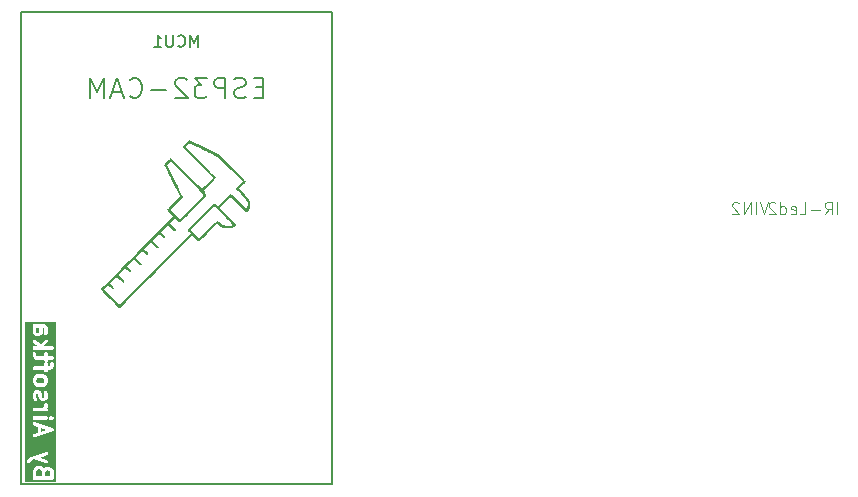
<source format=gbr>
%TF.GenerationSoftware,KiCad,Pcbnew,9.0.1*%
%TF.CreationDate,2025-06-19T23:09:26+02:00*%
%TF.ProjectId,Night-Gogle,4e696768-742d-4476-9f67-6c652e6b6963,rev?*%
%TF.SameCoordinates,Original*%
%TF.FileFunction,Legend,Bot*%
%TF.FilePolarity,Positive*%
%FSLAX46Y46*%
G04 Gerber Fmt 4.6, Leading zero omitted, Abs format (unit mm)*
G04 Created by KiCad (PCBNEW 9.0.1) date 2025-06-19 23:09:26*
%MOMM*%
%LPD*%
G01*
G04 APERTURE LIST*
%ADD10C,0.300000*%
%ADD11C,0.100000*%
%ADD12C,0.150000*%
%ADD13C,0.000000*%
%ADD14C,0.127000*%
G04 APERTURE END LIST*
D10*
G36*
X54003173Y-87533051D02*
G01*
X54032351Y-87562229D01*
X54084885Y-87719831D01*
X54084885Y-88045489D01*
X53599171Y-88045489D01*
X53599171Y-87659470D01*
X53643878Y-87570055D01*
X53680882Y-87533051D01*
X53770295Y-87488346D01*
X53913761Y-87488346D01*
X54003173Y-87533051D01*
G37*
G36*
X54717460Y-87604481D02*
G01*
X54754463Y-87641485D01*
X54799171Y-87730899D01*
X54799171Y-88045489D01*
X54384885Y-88045489D01*
X54384885Y-87730899D01*
X54429592Y-87641484D01*
X54466596Y-87604480D01*
X54556010Y-87559774D01*
X54628047Y-87559774D01*
X54717460Y-87604481D01*
G37*
G36*
X54474828Y-84124060D02*
G01*
X54027742Y-84273089D01*
X54027742Y-83975030D01*
X54474828Y-84124060D01*
G37*
G36*
X54217460Y-79747339D02*
G01*
X54254464Y-79784343D01*
X54299171Y-79873756D01*
X54299171Y-80017221D01*
X54254463Y-80106635D01*
X54217458Y-80143640D01*
X54128047Y-80188346D01*
X53770295Y-80188346D01*
X53680882Y-80143640D01*
X53643878Y-80106636D01*
X53599171Y-80017221D01*
X53599171Y-79873756D01*
X53643878Y-79784342D01*
X53680882Y-79747338D01*
X53770295Y-79702632D01*
X54128047Y-79702632D01*
X54217460Y-79747339D01*
G37*
G36*
X53870600Y-75802935D02*
G01*
X53837367Y-75869399D01*
X53770904Y-75902631D01*
X53698867Y-75902631D01*
X53632403Y-75869399D01*
X53599171Y-75802935D01*
X53599171Y-75516613D01*
X53613305Y-75488346D01*
X53870600Y-75488346D01*
X53870600Y-75802935D01*
G37*
G36*
X55265838Y-88512156D02*
G01*
X52632560Y-88512156D01*
X52632560Y-87624060D01*
X53299171Y-87624060D01*
X53299171Y-88195489D01*
X53299893Y-88210192D01*
X53305630Y-88239032D01*
X53316883Y-88266199D01*
X53333219Y-88290648D01*
X53354012Y-88311441D01*
X53378461Y-88327777D01*
X53405628Y-88339030D01*
X53434468Y-88344767D01*
X53449171Y-88345489D01*
X54949171Y-88345489D01*
X54963874Y-88344767D01*
X54992714Y-88339030D01*
X55019881Y-88327777D01*
X55044330Y-88311441D01*
X55065123Y-88290648D01*
X55081459Y-88266199D01*
X55092712Y-88239032D01*
X55098449Y-88210192D01*
X55099171Y-88195489D01*
X55099171Y-87695489D01*
X55098449Y-87680786D01*
X55097408Y-87675556D01*
X55097031Y-87670241D01*
X55094547Y-87661171D01*
X55092712Y-87651946D01*
X55090671Y-87647020D01*
X55089264Y-87641880D01*
X55083335Y-87628406D01*
X55011906Y-87485550D01*
X55010493Y-87483040D01*
X55010031Y-87481924D01*
X55008976Y-87480345D01*
X55004685Y-87472722D01*
X54998918Y-87465291D01*
X54993695Y-87457474D01*
X54987822Y-87450994D01*
X54986656Y-87449492D01*
X54985740Y-87448698D01*
X54983809Y-87446567D01*
X54912381Y-87375138D01*
X54910248Y-87373205D01*
X54909454Y-87372289D01*
X54907949Y-87371121D01*
X54901474Y-87365252D01*
X54893657Y-87360028D01*
X54886224Y-87354260D01*
X54878603Y-87349970D01*
X54877024Y-87348915D01*
X54875906Y-87348451D01*
X54873396Y-87347039D01*
X54730539Y-87275610D01*
X54717066Y-87269680D01*
X54711919Y-87268270D01*
X54707000Y-87266233D01*
X54697779Y-87264398D01*
X54688705Y-87261914D01*
X54683389Y-87261536D01*
X54678160Y-87260496D01*
X54663457Y-87259774D01*
X54520600Y-87259774D01*
X54505897Y-87260496D01*
X54500667Y-87261536D01*
X54495352Y-87261914D01*
X54486279Y-87264398D01*
X54477057Y-87266233D01*
X54472135Y-87268271D01*
X54466992Y-87269680D01*
X54453518Y-87275610D01*
X54310660Y-87347039D01*
X54308149Y-87348451D01*
X54307032Y-87348915D01*
X54305452Y-87349970D01*
X54297832Y-87354260D01*
X54290398Y-87360028D01*
X54282582Y-87365252D01*
X54276106Y-87371121D01*
X54274602Y-87372289D01*
X54273807Y-87373205D01*
X54271675Y-87375138D01*
X54270546Y-87376266D01*
X54269523Y-87375137D01*
X54198094Y-87303708D01*
X54195957Y-87301771D01*
X54195167Y-87300860D01*
X54193669Y-87299698D01*
X54187187Y-87293822D01*
X54179368Y-87288598D01*
X54171938Y-87282831D01*
X54164311Y-87278537D01*
X54162737Y-87277486D01*
X54161622Y-87277024D01*
X54159110Y-87275610D01*
X54016253Y-87204182D01*
X54002779Y-87198252D01*
X53997635Y-87196843D01*
X53992714Y-87194805D01*
X53983489Y-87192970D01*
X53974418Y-87190486D01*
X53969104Y-87190108D01*
X53963874Y-87189068D01*
X53949171Y-87188346D01*
X53734885Y-87188346D01*
X53720182Y-87189068D01*
X53714952Y-87190108D01*
X53709638Y-87190486D01*
X53700566Y-87192970D01*
X53691342Y-87194805D01*
X53686420Y-87196843D01*
X53681277Y-87198252D01*
X53667804Y-87204182D01*
X53524946Y-87275610D01*
X53522435Y-87277022D01*
X53521318Y-87277486D01*
X53519738Y-87278541D01*
X53512118Y-87282831D01*
X53504687Y-87288598D01*
X53496868Y-87293823D01*
X53490386Y-87299697D01*
X53488889Y-87300860D01*
X53488097Y-87301772D01*
X53485961Y-87303709D01*
X53414533Y-87375138D01*
X53412601Y-87377269D01*
X53411686Y-87378063D01*
X53410519Y-87379565D01*
X53404647Y-87386045D01*
X53399423Y-87393862D01*
X53393657Y-87401293D01*
X53389365Y-87408916D01*
X53388311Y-87410495D01*
X53387848Y-87411612D01*
X53386436Y-87414121D01*
X53315007Y-87556978D01*
X53309077Y-87570451D01*
X53307667Y-87575597D01*
X53305630Y-87580517D01*
X53303795Y-87589737D01*
X53301311Y-87598812D01*
X53300933Y-87604127D01*
X53299893Y-87609357D01*
X53299171Y-87624060D01*
X52632560Y-87624060D01*
X52632560Y-86842430D01*
X52799227Y-86842430D01*
X52802904Y-86871603D01*
X52812203Y-86899500D01*
X52826765Y-86925045D01*
X52846031Y-86947260D01*
X52869261Y-86965289D01*
X52895562Y-86978440D01*
X52923923Y-86986206D01*
X52953255Y-86988290D01*
X52982428Y-86984613D01*
X53010325Y-86975314D01*
X53035870Y-86960752D01*
X53058085Y-86941486D01*
X53076114Y-86918256D01*
X53083335Y-86905428D01*
X53143878Y-86784341D01*
X53176322Y-86751897D01*
X53452176Y-86641555D01*
X54398720Y-86979607D01*
X54412810Y-86983872D01*
X54441899Y-86988170D01*
X54471268Y-86986709D01*
X54499787Y-86979548D01*
X54526362Y-86966960D01*
X54549970Y-86949430D01*
X54569704Y-86927630D01*
X54584807Y-86902400D01*
X54594697Y-86874707D01*
X54598995Y-86845618D01*
X54597534Y-86816249D01*
X54590373Y-86787730D01*
X54577785Y-86761155D01*
X54560255Y-86737547D01*
X54538455Y-86717812D01*
X54513225Y-86702710D01*
X54499621Y-86697085D01*
X53895151Y-86481203D01*
X54499621Y-86265321D01*
X54513225Y-86259696D01*
X54538455Y-86244594D01*
X54560255Y-86224859D01*
X54577785Y-86201251D01*
X54590373Y-86174676D01*
X54597534Y-86146157D01*
X54598995Y-86116788D01*
X54594697Y-86087699D01*
X54584807Y-86060006D01*
X54569704Y-86034776D01*
X54549970Y-86012976D01*
X54526362Y-85995446D01*
X54499787Y-85982858D01*
X54471268Y-85975697D01*
X54441899Y-85974236D01*
X54412810Y-85978534D01*
X54398720Y-85982799D01*
X53398721Y-86339942D01*
X53398614Y-86339986D01*
X53398555Y-86340001D01*
X53398394Y-86340076D01*
X53396131Y-86341012D01*
X53393463Y-86341931D01*
X53036319Y-86484788D01*
X53022936Y-86490919D01*
X53022163Y-86491421D01*
X53021318Y-86491772D01*
X53009860Y-86499427D01*
X52998290Y-86506957D01*
X52997634Y-86507597D01*
X52996868Y-86508109D01*
X52985961Y-86517995D01*
X52914533Y-86589424D01*
X52912601Y-86591555D01*
X52911686Y-86592349D01*
X52910519Y-86593851D01*
X52904647Y-86600331D01*
X52899423Y-86608148D01*
X52893657Y-86615579D01*
X52889365Y-86623202D01*
X52888311Y-86624781D01*
X52887848Y-86625898D01*
X52886436Y-86628407D01*
X52815007Y-86771264D01*
X52809077Y-86784737D01*
X52801311Y-86813098D01*
X52799227Y-86842430D01*
X52632560Y-86842430D01*
X52632560Y-83619977D01*
X53299227Y-83619977D01*
X53301311Y-83649308D01*
X53309077Y-83677669D01*
X53322228Y-83703970D01*
X53340256Y-83727199D01*
X53362471Y-83746465D01*
X53388017Y-83761028D01*
X53401737Y-83766362D01*
X53727742Y-83875030D01*
X53727742Y-84373089D01*
X53401737Y-84481758D01*
X53388017Y-84487092D01*
X53362471Y-84501655D01*
X53340256Y-84520921D01*
X53322228Y-84544150D01*
X53309077Y-84570451D01*
X53301311Y-84598812D01*
X53299227Y-84628143D01*
X53302904Y-84657317D01*
X53312203Y-84685214D01*
X53326766Y-84710760D01*
X53346032Y-84732975D01*
X53369261Y-84751003D01*
X53395562Y-84764154D01*
X53423923Y-84771920D01*
X53453254Y-84774004D01*
X53482428Y-84770327D01*
X53496605Y-84766362D01*
X54996605Y-84266362D01*
X55001104Y-84264612D01*
X55002780Y-84264154D01*
X55004510Y-84263288D01*
X55010326Y-84261028D01*
X55019561Y-84255763D01*
X55029081Y-84251003D01*
X55032319Y-84248489D01*
X55035871Y-84246465D01*
X55043898Y-84239503D01*
X55052310Y-84232975D01*
X55054993Y-84229881D01*
X55058086Y-84227199D01*
X55064608Y-84218794D01*
X55071577Y-84210760D01*
X55073603Y-84207204D01*
X55076114Y-84203970D01*
X55080872Y-84194452D01*
X55086139Y-84185214D01*
X55087433Y-84181332D01*
X55089265Y-84177668D01*
X55092075Y-84167404D01*
X55095438Y-84157317D01*
X55095950Y-84153255D01*
X55097031Y-84149308D01*
X55097785Y-84138699D01*
X55099116Y-84128143D01*
X55098825Y-84124060D01*
X55099116Y-84119977D01*
X55097785Y-84109420D01*
X55097031Y-84098812D01*
X55095950Y-84094864D01*
X55095438Y-84090803D01*
X55092075Y-84080715D01*
X55089265Y-84070452D01*
X55087433Y-84066788D01*
X55086139Y-84062906D01*
X55080872Y-84053667D01*
X55076114Y-84044150D01*
X55073603Y-84040915D01*
X55071577Y-84037360D01*
X55064608Y-84029325D01*
X55058086Y-84020921D01*
X55054993Y-84018238D01*
X55052310Y-84015145D01*
X55043898Y-84008616D01*
X55035871Y-84001655D01*
X55032319Y-83999630D01*
X55029081Y-83997117D01*
X55019561Y-83992356D01*
X55010326Y-83987092D01*
X55004510Y-83984831D01*
X55002780Y-83983966D01*
X55001104Y-83983507D01*
X54996605Y-83981758D01*
X53496605Y-83481758D01*
X53482428Y-83477793D01*
X53453254Y-83474116D01*
X53423923Y-83476200D01*
X53395562Y-83483966D01*
X53369261Y-83497117D01*
X53346032Y-83515145D01*
X53326766Y-83537360D01*
X53312203Y-83562906D01*
X53302904Y-83590803D01*
X53299227Y-83619977D01*
X52632560Y-83619977D01*
X52632560Y-83109358D01*
X53299893Y-83109358D01*
X53299893Y-83138764D01*
X53305630Y-83167604D01*
X53316883Y-83194771D01*
X53333219Y-83219220D01*
X53354012Y-83240013D01*
X53378461Y-83256349D01*
X53405628Y-83267602D01*
X53434468Y-83273339D01*
X53449171Y-83274061D01*
X54449171Y-83274061D01*
X54463874Y-83273339D01*
X54492714Y-83267602D01*
X54519881Y-83256349D01*
X54544330Y-83240013D01*
X54565123Y-83219220D01*
X54581459Y-83194771D01*
X54592712Y-83167604D01*
X54598449Y-83138764D01*
X54598449Y-83109358D01*
X54657036Y-83109358D01*
X54657036Y-83138764D01*
X54662773Y-83167604D01*
X54674026Y-83194771D01*
X54684329Y-83210191D01*
X54690362Y-83219220D01*
X54700248Y-83230127D01*
X54771676Y-83301555D01*
X54782583Y-83311441D01*
X54807032Y-83327777D01*
X54834199Y-83339030D01*
X54863038Y-83344767D01*
X54863039Y-83344767D01*
X54892445Y-83344767D01*
X54898181Y-83343625D01*
X54921283Y-83339031D01*
X54948450Y-83327778D01*
X54972900Y-83311442D01*
X54983807Y-83301556D01*
X55055236Y-83230128D01*
X55065122Y-83219221D01*
X55081459Y-83194771D01*
X55092712Y-83167604D01*
X55098449Y-83138765D01*
X55098449Y-83109359D01*
X55092712Y-83080520D01*
X55092712Y-83080519D01*
X55092712Y-83080518D01*
X55081459Y-83053351D01*
X55065123Y-83028902D01*
X55055237Y-83017995D01*
X54983808Y-82946566D01*
X54972901Y-82936680D01*
X54948451Y-82920344D01*
X54948452Y-82920344D01*
X54948450Y-82920343D01*
X54932536Y-82913751D01*
X54921284Y-82909091D01*
X54892445Y-82903354D01*
X54892444Y-82903354D01*
X54863038Y-82903354D01*
X54834199Y-82909091D01*
X54807032Y-82920344D01*
X54790696Y-82931259D01*
X54782585Y-82936679D01*
X54782582Y-82936681D01*
X54771675Y-82946567D01*
X54700247Y-83017996D01*
X54690361Y-83028903D01*
X54674025Y-83053353D01*
X54662772Y-83080520D01*
X54658832Y-83100329D01*
X54657036Y-83109358D01*
X54598449Y-83109358D01*
X54592712Y-83080518D01*
X54581459Y-83053351D01*
X54565123Y-83028902D01*
X54544330Y-83008109D01*
X54519881Y-82991773D01*
X54492714Y-82980520D01*
X54463874Y-82974783D01*
X54449171Y-82974061D01*
X53449171Y-82974061D01*
X53434468Y-82974783D01*
X53405628Y-82980520D01*
X53378461Y-82991773D01*
X53354012Y-83008109D01*
X53333219Y-83028902D01*
X53316883Y-83053351D01*
X53305630Y-83080518D01*
X53299893Y-83109358D01*
X52632560Y-83109358D01*
X52632560Y-82395072D01*
X53299893Y-82395072D01*
X53299893Y-82424478D01*
X53305630Y-82453318D01*
X53316883Y-82480485D01*
X53333219Y-82504934D01*
X53354012Y-82525727D01*
X53378461Y-82542063D01*
X53405628Y-82553316D01*
X53434468Y-82559053D01*
X53449171Y-82559775D01*
X54449171Y-82559775D01*
X54463874Y-82559053D01*
X54492714Y-82553316D01*
X54519881Y-82542063D01*
X54544330Y-82525727D01*
X54565123Y-82504934D01*
X54581459Y-82480485D01*
X54592712Y-82453318D01*
X54598449Y-82424478D01*
X54598449Y-82395072D01*
X54592712Y-82366232D01*
X54581459Y-82339065D01*
X54565123Y-82314616D01*
X54544330Y-82293823D01*
X54535083Y-82287644D01*
X54583335Y-82191142D01*
X54589265Y-82177668D01*
X54590673Y-82172524D01*
X54592712Y-82167603D01*
X54594546Y-82158380D01*
X54597031Y-82149308D01*
X54597408Y-82143992D01*
X54598449Y-82138763D01*
X54599171Y-82124060D01*
X54599171Y-81981203D01*
X54598449Y-81966500D01*
X54592712Y-81937660D01*
X54581459Y-81910493D01*
X54565123Y-81886044D01*
X54544330Y-81865251D01*
X54519881Y-81848915D01*
X54492714Y-81837662D01*
X54463874Y-81831925D01*
X54434468Y-81831925D01*
X54405628Y-81837662D01*
X54378461Y-81848915D01*
X54354012Y-81865251D01*
X54333219Y-81886044D01*
X54316883Y-81910493D01*
X54305630Y-81937660D01*
X54299893Y-81966500D01*
X54299171Y-81981203D01*
X54299171Y-82088650D01*
X54254464Y-82178064D01*
X54217460Y-82215067D01*
X54128047Y-82259775D01*
X53449171Y-82259775D01*
X53434468Y-82260497D01*
X53405628Y-82266234D01*
X53378461Y-82277487D01*
X53354012Y-82293823D01*
X53333219Y-82314616D01*
X53316883Y-82339065D01*
X53305630Y-82366232D01*
X53299893Y-82395072D01*
X52632560Y-82395072D01*
X52632560Y-81124061D01*
X53299171Y-81124061D01*
X53299171Y-81409775D01*
X53299893Y-81424478D01*
X53300933Y-81429707D01*
X53301311Y-81435023D01*
X53303795Y-81444097D01*
X53305630Y-81453318D01*
X53307667Y-81458237D01*
X53309077Y-81463384D01*
X53315007Y-81476857D01*
X53386436Y-81619714D01*
X53393657Y-81632542D01*
X53411686Y-81655772D01*
X53433901Y-81675038D01*
X53459446Y-81689600D01*
X53487343Y-81698899D01*
X53516516Y-81702576D01*
X53545848Y-81700492D01*
X53574209Y-81692725D01*
X53600510Y-81679575D01*
X53623740Y-81661545D01*
X53643006Y-81639331D01*
X53657568Y-81613786D01*
X53666867Y-81585889D01*
X53670544Y-81556715D01*
X53668460Y-81527384D01*
X53660693Y-81499023D01*
X53654764Y-81485549D01*
X53599171Y-81374364D01*
X53599171Y-81159471D01*
X53632403Y-81093006D01*
X53698867Y-81059775D01*
X53699475Y-81059775D01*
X53765939Y-81093007D01*
X53799171Y-81159471D01*
X53799171Y-81338347D01*
X53799893Y-81353050D01*
X53800933Y-81358279D01*
X53801311Y-81363595D01*
X53803795Y-81372669D01*
X53805630Y-81381890D01*
X53807667Y-81386809D01*
X53809077Y-81391956D01*
X53815007Y-81405429D01*
X53886436Y-81548286D01*
X53893657Y-81561114D01*
X53896166Y-81564347D01*
X53898194Y-81567904D01*
X53905160Y-81575936D01*
X53911686Y-81584344D01*
X53914781Y-81587028D01*
X53917461Y-81590118D01*
X53925864Y-81596640D01*
X53933901Y-81603610D01*
X53937453Y-81605635D01*
X53940690Y-81608147D01*
X53953518Y-81615368D01*
X54096376Y-81686796D01*
X54109849Y-81692726D01*
X54114992Y-81694134D01*
X54119914Y-81696173D01*
X54129138Y-81698007D01*
X54138210Y-81700492D01*
X54143524Y-81700869D01*
X54148754Y-81701910D01*
X54163457Y-81702632D01*
X54234885Y-81702632D01*
X54249588Y-81701910D01*
X54254818Y-81700869D01*
X54260132Y-81700492D01*
X54269203Y-81698007D01*
X54278428Y-81696173D01*
X54283349Y-81694134D01*
X54288493Y-81692726D01*
X54301967Y-81686796D01*
X54444824Y-81615368D01*
X54457652Y-81608147D01*
X54460888Y-81605635D01*
X54464441Y-81603610D01*
X54472477Y-81596640D01*
X54480881Y-81590118D01*
X54483560Y-81587028D01*
X54486656Y-81584344D01*
X54493181Y-81575936D01*
X54500148Y-81567904D01*
X54502174Y-81564348D01*
X54504685Y-81561114D01*
X54511906Y-81548286D01*
X54583335Y-81405430D01*
X54589264Y-81391956D01*
X54590671Y-81386815D01*
X54592712Y-81381890D01*
X54594547Y-81372664D01*
X54597031Y-81363595D01*
X54597408Y-81358279D01*
X54598449Y-81353050D01*
X54599171Y-81338347D01*
X54599171Y-81124061D01*
X54598449Y-81109358D01*
X54597408Y-81104128D01*
X54597031Y-81098813D01*
X54594547Y-81089743D01*
X54592712Y-81080518D01*
X54590671Y-81075592D01*
X54589264Y-81070452D01*
X54583335Y-81056978D01*
X54511906Y-80914122D01*
X54504685Y-80901294D01*
X54486656Y-80878064D01*
X54464441Y-80858798D01*
X54438896Y-80844236D01*
X54410999Y-80834937D01*
X54381826Y-80831260D01*
X54352494Y-80833344D01*
X54324133Y-80841110D01*
X54297832Y-80854261D01*
X54274602Y-80872290D01*
X54255336Y-80894505D01*
X54240774Y-80920050D01*
X54231475Y-80947947D01*
X54227798Y-80977120D01*
X54229882Y-81006452D01*
X54237648Y-81034813D01*
X54243578Y-81048286D01*
X54299171Y-81159471D01*
X54299171Y-81302936D01*
X54265938Y-81369400D01*
X54199475Y-81402632D01*
X54198867Y-81402632D01*
X54132403Y-81369400D01*
X54099171Y-81302936D01*
X54099171Y-81124061D01*
X54098449Y-81109358D01*
X54097408Y-81104128D01*
X54097031Y-81098813D01*
X54094547Y-81089743D01*
X54092712Y-81080518D01*
X54090671Y-81075592D01*
X54089264Y-81070452D01*
X54083335Y-81056978D01*
X54011906Y-80914122D01*
X54004685Y-80901294D01*
X54002173Y-80898057D01*
X54000148Y-80894505D01*
X53993182Y-80886473D01*
X53986656Y-80878064D01*
X53983563Y-80875382D01*
X53980882Y-80872290D01*
X53972472Y-80865763D01*
X53964441Y-80858798D01*
X53960888Y-80856772D01*
X53957652Y-80854261D01*
X53944824Y-80847040D01*
X53801967Y-80775611D01*
X53788494Y-80769681D01*
X53783347Y-80768271D01*
X53778428Y-80766234D01*
X53769207Y-80764399D01*
X53760133Y-80761915D01*
X53754817Y-80761537D01*
X53749588Y-80760497D01*
X53734885Y-80759775D01*
X53663457Y-80759775D01*
X53648754Y-80760497D01*
X53643524Y-80761537D01*
X53638209Y-80761915D01*
X53629139Y-80764398D01*
X53619914Y-80766234D01*
X53614988Y-80768274D01*
X53609848Y-80769682D01*
X53596374Y-80775611D01*
X53453518Y-80847040D01*
X53440690Y-80854261D01*
X53437453Y-80856772D01*
X53433901Y-80858798D01*
X53425869Y-80865763D01*
X53417460Y-80872290D01*
X53414778Y-80875382D01*
X53411686Y-80878064D01*
X53405159Y-80886473D01*
X53398194Y-80894505D01*
X53396168Y-80898057D01*
X53393657Y-80901294D01*
X53386436Y-80914122D01*
X53315007Y-81056979D01*
X53309077Y-81070452D01*
X53307667Y-81075598D01*
X53305630Y-81080518D01*
X53303795Y-81089738D01*
X53301311Y-81098813D01*
X53300933Y-81104128D01*
X53299893Y-81109358D01*
X53299171Y-81124061D01*
X52632560Y-81124061D01*
X52632560Y-79838346D01*
X53299171Y-79838346D01*
X53299171Y-80052632D01*
X53299893Y-80067335D01*
X53300933Y-80072564D01*
X53301311Y-80077880D01*
X53303795Y-80086954D01*
X53305630Y-80096175D01*
X53307667Y-80101094D01*
X53309077Y-80106241D01*
X53315007Y-80119714D01*
X53386436Y-80262571D01*
X53387848Y-80265079D01*
X53388311Y-80266197D01*
X53389365Y-80267775D01*
X53393657Y-80275399D01*
X53399423Y-80282829D01*
X53404647Y-80290647D01*
X53410519Y-80297126D01*
X53411686Y-80298629D01*
X53412601Y-80299422D01*
X53414533Y-80301554D01*
X53485961Y-80372983D01*
X53488097Y-80374919D01*
X53488889Y-80375832D01*
X53490386Y-80376994D01*
X53496868Y-80382869D01*
X53504687Y-80388093D01*
X53512118Y-80393861D01*
X53519738Y-80398150D01*
X53521318Y-80399206D01*
X53522435Y-80399669D01*
X53524946Y-80401082D01*
X53667804Y-80472510D01*
X53681277Y-80478440D01*
X53686420Y-80479848D01*
X53691342Y-80481887D01*
X53700566Y-80483721D01*
X53709638Y-80486206D01*
X53714952Y-80486583D01*
X53720182Y-80487624D01*
X53734885Y-80488346D01*
X54163457Y-80488346D01*
X54178160Y-80487624D01*
X54183390Y-80486583D01*
X54188704Y-80486206D01*
X54197775Y-80483721D01*
X54207000Y-80481887D01*
X54211921Y-80479848D01*
X54217065Y-80478440D01*
X54230539Y-80472510D01*
X54373396Y-80401082D01*
X54375906Y-80399669D01*
X54377024Y-80399206D01*
X54378603Y-80398150D01*
X54386224Y-80393861D01*
X54393654Y-80388093D01*
X54401474Y-80382869D01*
X54407955Y-80376994D01*
X54409453Y-80375832D01*
X54410244Y-80374919D01*
X54412381Y-80372983D01*
X54483809Y-80301554D01*
X54485740Y-80299422D01*
X54486656Y-80298629D01*
X54487822Y-80297126D01*
X54493695Y-80290647D01*
X54498918Y-80282829D01*
X54504685Y-80275399D01*
X54508976Y-80267775D01*
X54510031Y-80266197D01*
X54510493Y-80265080D01*
X54511906Y-80262571D01*
X54583335Y-80119715D01*
X54589264Y-80106241D01*
X54590671Y-80101100D01*
X54592712Y-80096175D01*
X54594547Y-80086949D01*
X54597031Y-80077880D01*
X54597408Y-80072564D01*
X54598449Y-80067335D01*
X54599171Y-80052632D01*
X54599171Y-79838346D01*
X54598449Y-79823643D01*
X54597408Y-79818413D01*
X54597031Y-79813098D01*
X54594547Y-79804028D01*
X54592712Y-79794803D01*
X54590671Y-79789877D01*
X54589264Y-79784737D01*
X54583335Y-79771263D01*
X54511906Y-79628407D01*
X54510493Y-79625896D01*
X54510030Y-79624779D01*
X54508974Y-79623199D01*
X54504685Y-79615579D01*
X54498917Y-79608147D01*
X54493694Y-79600330D01*
X54487823Y-79593852D01*
X54486656Y-79592349D01*
X54485740Y-79591554D01*
X54483808Y-79589423D01*
X54412380Y-79517995D01*
X54410248Y-79516062D01*
X54409454Y-79515147D01*
X54407950Y-79513979D01*
X54401473Y-79508109D01*
X54393657Y-79502886D01*
X54386224Y-79497118D01*
X54378597Y-79492824D01*
X54377023Y-79491773D01*
X54375908Y-79491311D01*
X54373396Y-79489897D01*
X54230539Y-79418468D01*
X54217066Y-79412538D01*
X54211919Y-79411128D01*
X54207000Y-79409091D01*
X54197779Y-79407256D01*
X54188705Y-79404772D01*
X54183389Y-79404394D01*
X54178160Y-79403354D01*
X54163457Y-79402632D01*
X53734885Y-79402632D01*
X53720182Y-79403354D01*
X53714952Y-79404394D01*
X53709637Y-79404772D01*
X53700567Y-79407255D01*
X53691342Y-79409091D01*
X53686416Y-79411131D01*
X53681276Y-79412539D01*
X53667802Y-79418468D01*
X53524946Y-79489897D01*
X53522435Y-79491309D01*
X53521318Y-79491773D01*
X53519738Y-79492828D01*
X53512118Y-79497118D01*
X53504686Y-79502885D01*
X53496869Y-79508109D01*
X53490391Y-79513979D01*
X53488888Y-79515147D01*
X53488093Y-79516062D01*
X53485962Y-79517995D01*
X53414534Y-79589423D01*
X53412601Y-79591554D01*
X53411686Y-79592349D01*
X53410518Y-79593852D01*
X53404648Y-79600330D01*
X53399425Y-79608145D01*
X53393657Y-79615579D01*
X53389363Y-79623205D01*
X53388312Y-79624780D01*
X53387850Y-79625894D01*
X53386436Y-79628407D01*
X53315007Y-79771264D01*
X53309077Y-79784737D01*
X53307667Y-79789883D01*
X53305630Y-79794803D01*
X53303795Y-79804023D01*
X53301311Y-79813098D01*
X53300933Y-79818413D01*
X53299893Y-79823643D01*
X53299171Y-79838346D01*
X52632560Y-79838346D01*
X52632560Y-77695489D01*
X53299171Y-77695489D01*
X53299171Y-77838346D01*
X53299893Y-77853049D01*
X53300933Y-77858278D01*
X53301311Y-77863594D01*
X53303795Y-77872668D01*
X53305630Y-77881889D01*
X53307667Y-77886808D01*
X53309077Y-77891955D01*
X53315007Y-77905428D01*
X53386436Y-78048285D01*
X53393657Y-78061113D01*
X53396168Y-78064349D01*
X53398194Y-78067902D01*
X53405159Y-78075933D01*
X53411686Y-78084343D01*
X53414778Y-78087024D01*
X53417460Y-78090117D01*
X53425869Y-78096643D01*
X53433901Y-78103609D01*
X53437453Y-78105634D01*
X53440690Y-78108146D01*
X53453518Y-78115367D01*
X53596374Y-78186796D01*
X53609848Y-78192725D01*
X53614988Y-78194132D01*
X53619914Y-78196173D01*
X53629139Y-78198008D01*
X53638209Y-78200492D01*
X53643524Y-78200869D01*
X53648754Y-78201910D01*
X53663457Y-78202632D01*
X54299171Y-78202632D01*
X54299171Y-78266917D01*
X54299893Y-78281620D01*
X54305630Y-78310460D01*
X54316883Y-78337627D01*
X54333219Y-78362076D01*
X54354012Y-78382869D01*
X54378461Y-78399205D01*
X54403977Y-78409774D01*
X54378461Y-78420344D01*
X54354012Y-78436680D01*
X54333219Y-78457473D01*
X54316883Y-78481922D01*
X54305630Y-78509089D01*
X54299893Y-78537929D01*
X54299171Y-78552632D01*
X54299171Y-78759775D01*
X53449171Y-78759775D01*
X53434468Y-78760497D01*
X53405628Y-78766234D01*
X53378461Y-78777487D01*
X53354012Y-78793823D01*
X53333219Y-78814616D01*
X53316883Y-78839065D01*
X53305630Y-78866232D01*
X53299893Y-78895072D01*
X53299893Y-78924478D01*
X53305630Y-78953318D01*
X53316883Y-78980485D01*
X53333219Y-79004934D01*
X53354012Y-79025727D01*
X53378461Y-79042063D01*
X53405628Y-79053316D01*
X53434468Y-79059053D01*
X53449171Y-79059775D01*
X54299171Y-79059775D01*
X54299171Y-79124060D01*
X54299893Y-79138763D01*
X54305630Y-79167603D01*
X54316883Y-79194770D01*
X54333219Y-79219219D01*
X54354012Y-79240012D01*
X54378461Y-79256348D01*
X54405628Y-79267601D01*
X54434468Y-79273338D01*
X54463874Y-79273338D01*
X54492714Y-79267601D01*
X54519881Y-79256348D01*
X54544330Y-79240012D01*
X54565123Y-79219219D01*
X54581459Y-79194770D01*
X54592712Y-79167603D01*
X54598449Y-79138763D01*
X54599171Y-79124060D01*
X54599171Y-79059775D01*
X54734885Y-79059775D01*
X54749588Y-79059053D01*
X54754817Y-79058012D01*
X54760133Y-79057635D01*
X54769207Y-79055150D01*
X54778428Y-79053316D01*
X54783347Y-79051278D01*
X54788494Y-79049869D01*
X54801967Y-79043939D01*
X54944824Y-78972510D01*
X54957652Y-78965289D01*
X54960888Y-78962777D01*
X54964441Y-78960752D01*
X54972472Y-78953786D01*
X54980882Y-78947260D01*
X54983563Y-78944167D01*
X54986656Y-78941486D01*
X54993182Y-78933076D01*
X55000148Y-78925045D01*
X55002173Y-78921492D01*
X55004685Y-78918256D01*
X55011906Y-78905428D01*
X55083335Y-78762572D01*
X55089264Y-78749098D01*
X55090671Y-78743957D01*
X55092712Y-78739032D01*
X55094547Y-78729806D01*
X55097031Y-78720737D01*
X55097408Y-78715421D01*
X55098449Y-78710192D01*
X55099171Y-78695489D01*
X55099171Y-78552632D01*
X55098449Y-78537929D01*
X55092712Y-78509089D01*
X55081459Y-78481922D01*
X55065123Y-78457473D01*
X55044330Y-78436680D01*
X55019881Y-78420344D01*
X54992714Y-78409091D01*
X54963874Y-78403354D01*
X54934468Y-78403354D01*
X54905628Y-78409091D01*
X54878461Y-78420344D01*
X54854012Y-78436680D01*
X54833219Y-78457473D01*
X54816883Y-78481922D01*
X54805630Y-78509089D01*
X54799893Y-78537929D01*
X54799171Y-78552632D01*
X54799171Y-78660078D01*
X54765939Y-78726542D01*
X54699475Y-78759775D01*
X54599171Y-78759775D01*
X54599171Y-78552632D01*
X54598449Y-78537929D01*
X54592712Y-78509089D01*
X54581459Y-78481922D01*
X54565123Y-78457473D01*
X54544330Y-78436680D01*
X54519881Y-78420344D01*
X54494364Y-78409774D01*
X54519881Y-78399205D01*
X54544330Y-78382869D01*
X54565123Y-78362076D01*
X54581459Y-78337627D01*
X54592712Y-78310460D01*
X54598449Y-78281620D01*
X54599171Y-78266917D01*
X54599171Y-78202632D01*
X54949171Y-78202632D01*
X54963874Y-78201910D01*
X54992714Y-78196173D01*
X55019881Y-78184920D01*
X55044330Y-78168584D01*
X55065123Y-78147791D01*
X55081459Y-78123342D01*
X55092712Y-78096175D01*
X55098449Y-78067335D01*
X55098449Y-78037929D01*
X55092712Y-78009089D01*
X55081459Y-77981922D01*
X55065123Y-77957473D01*
X55044330Y-77936680D01*
X55019881Y-77920344D01*
X54992714Y-77909091D01*
X54963874Y-77903354D01*
X54949171Y-77902632D01*
X54599171Y-77902632D01*
X54599171Y-77695489D01*
X54598449Y-77680786D01*
X54592712Y-77651946D01*
X54581459Y-77624779D01*
X54565123Y-77600330D01*
X54544330Y-77579537D01*
X54519881Y-77563201D01*
X54492714Y-77551948D01*
X54463874Y-77546211D01*
X54434468Y-77546211D01*
X54405628Y-77551948D01*
X54378461Y-77563201D01*
X54354012Y-77579537D01*
X54333219Y-77600330D01*
X54316883Y-77624779D01*
X54305630Y-77651946D01*
X54299893Y-77680786D01*
X54299171Y-77695489D01*
X54299171Y-77902632D01*
X53698867Y-77902632D01*
X53632403Y-77869400D01*
X53599171Y-77802935D01*
X53599171Y-77695489D01*
X53598449Y-77680786D01*
X53592712Y-77651946D01*
X53581459Y-77624779D01*
X53565123Y-77600330D01*
X53544330Y-77579537D01*
X53519881Y-77563201D01*
X53492714Y-77551948D01*
X53463874Y-77546211D01*
X53434468Y-77546211D01*
X53405628Y-77551948D01*
X53378461Y-77563201D01*
X53354012Y-77579537D01*
X53333219Y-77600330D01*
X53316883Y-77624779D01*
X53305630Y-77651946D01*
X53299893Y-77680786D01*
X53299171Y-77695489D01*
X52632560Y-77695489D01*
X52632560Y-76630616D01*
X53299314Y-76630616D01*
X53303473Y-76659726D01*
X53313230Y-76687464D01*
X53328212Y-76712767D01*
X53347842Y-76734661D01*
X53359171Y-76744060D01*
X53761076Y-77045489D01*
X53449171Y-77045489D01*
X53434468Y-77046211D01*
X53405628Y-77051948D01*
X53378461Y-77063201D01*
X53354012Y-77079537D01*
X53333219Y-77100330D01*
X53316883Y-77124779D01*
X53305630Y-77151946D01*
X53299893Y-77180786D01*
X53299893Y-77210192D01*
X53305630Y-77239032D01*
X53316883Y-77266199D01*
X53333219Y-77290648D01*
X53354012Y-77311441D01*
X53378461Y-77327777D01*
X53405628Y-77339030D01*
X53434468Y-77344767D01*
X53449171Y-77345489D01*
X54949171Y-77345489D01*
X54963874Y-77344767D01*
X54992714Y-77339030D01*
X55019881Y-77327777D01*
X55044330Y-77311441D01*
X55065123Y-77290648D01*
X55081459Y-77266199D01*
X55092712Y-77239032D01*
X55098449Y-77210192D01*
X55098449Y-77180786D01*
X55092712Y-77151946D01*
X55081459Y-77124779D01*
X55065123Y-77100330D01*
X55044330Y-77079537D01*
X55019881Y-77063201D01*
X54992714Y-77051948D01*
X54963874Y-77046211D01*
X54949171Y-77045489D01*
X54239874Y-77045489D01*
X54555237Y-76730126D01*
X54565123Y-76719219D01*
X54581460Y-76694769D01*
X54592713Y-76667602D01*
X54598449Y-76638763D01*
X54598449Y-76609357D01*
X54592713Y-76580518D01*
X54581460Y-76553350D01*
X54565123Y-76528901D01*
X54544330Y-76508108D01*
X54519881Y-76491771D01*
X54492713Y-76480518D01*
X54463874Y-76474782D01*
X54434468Y-76474782D01*
X54405629Y-76480518D01*
X54378462Y-76491771D01*
X54354012Y-76508108D01*
X54343105Y-76517994D01*
X54006524Y-76854574D01*
X53539171Y-76504060D01*
X53526975Y-76495816D01*
X53500461Y-76483101D01*
X53471976Y-76475804D01*
X53442615Y-76474203D01*
X53413505Y-76478362D01*
X53385767Y-76488119D01*
X53360464Y-76503101D01*
X53338570Y-76522731D01*
X53320927Y-76546256D01*
X53308212Y-76572770D01*
X53300915Y-76601255D01*
X53299314Y-76630616D01*
X52632560Y-76630616D01*
X52632560Y-75481203D01*
X53299171Y-75481203D01*
X53299171Y-75838346D01*
X53299893Y-75853049D01*
X53300933Y-75858278D01*
X53301311Y-75863594D01*
X53303795Y-75872668D01*
X53305630Y-75881889D01*
X53307667Y-75886808D01*
X53309077Y-75891955D01*
X53315007Y-75905428D01*
X53386436Y-76048285D01*
X53393657Y-76061113D01*
X53396166Y-76064346D01*
X53398194Y-76067903D01*
X53405160Y-76075935D01*
X53411686Y-76084343D01*
X53414781Y-76087027D01*
X53417461Y-76090117D01*
X53425864Y-76096639D01*
X53433901Y-76103609D01*
X53437453Y-76105634D01*
X53440690Y-76108146D01*
X53453518Y-76115367D01*
X53596376Y-76186795D01*
X53609849Y-76192725D01*
X53614992Y-76194133D01*
X53619914Y-76196172D01*
X53629138Y-76198006D01*
X53638210Y-76200491D01*
X53643524Y-76200868D01*
X53648754Y-76201909D01*
X53663457Y-76202631D01*
X53806314Y-76202631D01*
X53821017Y-76201909D01*
X53826247Y-76200868D01*
X53831561Y-76200491D01*
X53840632Y-76198006D01*
X53849857Y-76196172D01*
X53854778Y-76194133D01*
X53859922Y-76192725D01*
X53873396Y-76186795D01*
X54016253Y-76115367D01*
X54029081Y-76108146D01*
X54032317Y-76105634D01*
X54035870Y-76103609D01*
X54043906Y-76096639D01*
X54052310Y-76090117D01*
X54054989Y-76087027D01*
X54058085Y-76084343D01*
X54064610Y-76075935D01*
X54071577Y-76067903D01*
X54073603Y-76064347D01*
X54076114Y-76061113D01*
X54083335Y-76048285D01*
X54154764Y-75905429D01*
X54160693Y-75891955D01*
X54162100Y-75886814D01*
X54164141Y-75881889D01*
X54165976Y-75872663D01*
X54168460Y-75863594D01*
X54168837Y-75858278D01*
X54169878Y-75853049D01*
X54170600Y-75838346D01*
X54170600Y-75516612D01*
X54184733Y-75488346D01*
X54199475Y-75488346D01*
X54265938Y-75521577D01*
X54299171Y-75588041D01*
X54299171Y-75802935D01*
X54243578Y-75914121D01*
X54237648Y-75927594D01*
X54229882Y-75955955D01*
X54227798Y-75985287D01*
X54231475Y-76014460D01*
X54240774Y-76042357D01*
X54255336Y-76067902D01*
X54274602Y-76090117D01*
X54297832Y-76108146D01*
X54324133Y-76121297D01*
X54352494Y-76129063D01*
X54381826Y-76131147D01*
X54410999Y-76127470D01*
X54438896Y-76118171D01*
X54464441Y-76103609D01*
X54486656Y-76084343D01*
X54504685Y-76061113D01*
X54511906Y-76048285D01*
X54583335Y-75905429D01*
X54589264Y-75891955D01*
X54590671Y-75886814D01*
X54592712Y-75881889D01*
X54594547Y-75872663D01*
X54597031Y-75863594D01*
X54597408Y-75858278D01*
X54598449Y-75853049D01*
X54599171Y-75838346D01*
X54599171Y-75552631D01*
X54598449Y-75537928D01*
X54597408Y-75532698D01*
X54597031Y-75527383D01*
X54594547Y-75518313D01*
X54592712Y-75509088D01*
X54590671Y-75504162D01*
X54589264Y-75499022D01*
X54583335Y-75485548D01*
X54511906Y-75342692D01*
X54504685Y-75329864D01*
X54502174Y-75326629D01*
X54500148Y-75323074D01*
X54493181Y-75315041D01*
X54486656Y-75306634D01*
X54483560Y-75303949D01*
X54480881Y-75300860D01*
X54472477Y-75294337D01*
X54464441Y-75287368D01*
X54460888Y-75285342D01*
X54457652Y-75282831D01*
X54444824Y-75275610D01*
X54301967Y-75204182D01*
X54288493Y-75198252D01*
X54283349Y-75196843D01*
X54278428Y-75194805D01*
X54269203Y-75192970D01*
X54260132Y-75190486D01*
X54254818Y-75190108D01*
X54249588Y-75189068D01*
X54234885Y-75188346D01*
X53449171Y-75188346D01*
X53434468Y-75189068D01*
X53405628Y-75194805D01*
X53378461Y-75206058D01*
X53354012Y-75222394D01*
X53333219Y-75243187D01*
X53316883Y-75267636D01*
X53305630Y-75294803D01*
X53299893Y-75323643D01*
X53299893Y-75353049D01*
X53305630Y-75381889D01*
X53316883Y-75409056D01*
X53317258Y-75409618D01*
X53315007Y-75414121D01*
X53309077Y-75427594D01*
X53307667Y-75432740D01*
X53305630Y-75437660D01*
X53303795Y-75446880D01*
X53301311Y-75455955D01*
X53300933Y-75461270D01*
X53299893Y-75466500D01*
X53299171Y-75481203D01*
X52632560Y-75481203D01*
X52632560Y-75021679D01*
X55265838Y-75021679D01*
X55265838Y-88512156D01*
G37*
D11*
X115571427Y-64867419D02*
X115238094Y-65867419D01*
X115238094Y-65867419D02*
X114904761Y-64867419D01*
X114571427Y-65867419D02*
X114571427Y-64867419D01*
X114095237Y-65867419D02*
X114095237Y-64867419D01*
X114095237Y-64867419D02*
X113523809Y-65867419D01*
X113523809Y-65867419D02*
X113523809Y-64867419D01*
X113095237Y-64962657D02*
X113047618Y-64915038D01*
X113047618Y-64915038D02*
X112952380Y-64867419D01*
X112952380Y-64867419D02*
X112714285Y-64867419D01*
X112714285Y-64867419D02*
X112619047Y-64915038D01*
X112619047Y-64915038D02*
X112571428Y-64962657D01*
X112571428Y-64962657D02*
X112523809Y-65057895D01*
X112523809Y-65057895D02*
X112523809Y-65153133D01*
X112523809Y-65153133D02*
X112571428Y-65295990D01*
X112571428Y-65295990D02*
X113142856Y-65867419D01*
X113142856Y-65867419D02*
X112523809Y-65867419D01*
X121430951Y-65867419D02*
X121430951Y-64867419D01*
X120383333Y-65867419D02*
X120716666Y-65391228D01*
X120954761Y-65867419D02*
X120954761Y-64867419D01*
X120954761Y-64867419D02*
X120573809Y-64867419D01*
X120573809Y-64867419D02*
X120478571Y-64915038D01*
X120478571Y-64915038D02*
X120430952Y-64962657D01*
X120430952Y-64962657D02*
X120383333Y-65057895D01*
X120383333Y-65057895D02*
X120383333Y-65200752D01*
X120383333Y-65200752D02*
X120430952Y-65295990D01*
X120430952Y-65295990D02*
X120478571Y-65343609D01*
X120478571Y-65343609D02*
X120573809Y-65391228D01*
X120573809Y-65391228D02*
X120954761Y-65391228D01*
X119954761Y-65486466D02*
X119192857Y-65486466D01*
X118240476Y-65867419D02*
X118716666Y-65867419D01*
X118716666Y-65867419D02*
X118716666Y-64867419D01*
X117526190Y-65819800D02*
X117621428Y-65867419D01*
X117621428Y-65867419D02*
X117811904Y-65867419D01*
X117811904Y-65867419D02*
X117907142Y-65819800D01*
X117907142Y-65819800D02*
X117954761Y-65724561D01*
X117954761Y-65724561D02*
X117954761Y-65343609D01*
X117954761Y-65343609D02*
X117907142Y-65248371D01*
X117907142Y-65248371D02*
X117811904Y-65200752D01*
X117811904Y-65200752D02*
X117621428Y-65200752D01*
X117621428Y-65200752D02*
X117526190Y-65248371D01*
X117526190Y-65248371D02*
X117478571Y-65343609D01*
X117478571Y-65343609D02*
X117478571Y-65438847D01*
X117478571Y-65438847D02*
X117954761Y-65534085D01*
X116621428Y-65867419D02*
X116621428Y-64867419D01*
X116621428Y-65819800D02*
X116716666Y-65867419D01*
X116716666Y-65867419D02*
X116907142Y-65867419D01*
X116907142Y-65867419D02*
X117002380Y-65819800D01*
X117002380Y-65819800D02*
X117049999Y-65772180D01*
X117049999Y-65772180D02*
X117097618Y-65676942D01*
X117097618Y-65676942D02*
X117097618Y-65391228D01*
X117097618Y-65391228D02*
X117049999Y-65295990D01*
X117049999Y-65295990D02*
X117002380Y-65248371D01*
X117002380Y-65248371D02*
X116907142Y-65200752D01*
X116907142Y-65200752D02*
X116716666Y-65200752D01*
X116716666Y-65200752D02*
X116621428Y-65248371D01*
X116192856Y-64962657D02*
X116145237Y-64915038D01*
X116145237Y-64915038D02*
X116049999Y-64867419D01*
X116049999Y-64867419D02*
X115811904Y-64867419D01*
X115811904Y-64867419D02*
X115716666Y-64915038D01*
X115716666Y-64915038D02*
X115669047Y-64962657D01*
X115669047Y-64962657D02*
X115621428Y-65057895D01*
X115621428Y-65057895D02*
X115621428Y-65153133D01*
X115621428Y-65153133D02*
X115669047Y-65295990D01*
X115669047Y-65295990D02*
X116240475Y-65867419D01*
X116240475Y-65867419D02*
X115621428Y-65867419D01*
D12*
X67333332Y-51704819D02*
X67333332Y-50704819D01*
X67333332Y-50704819D02*
X66999999Y-51419104D01*
X66999999Y-51419104D02*
X66666666Y-50704819D01*
X66666666Y-50704819D02*
X66666666Y-51704819D01*
X65619047Y-51609580D02*
X65666666Y-51657200D01*
X65666666Y-51657200D02*
X65809523Y-51704819D01*
X65809523Y-51704819D02*
X65904761Y-51704819D01*
X65904761Y-51704819D02*
X66047618Y-51657200D01*
X66047618Y-51657200D02*
X66142856Y-51561961D01*
X66142856Y-51561961D02*
X66190475Y-51466723D01*
X66190475Y-51466723D02*
X66238094Y-51276247D01*
X66238094Y-51276247D02*
X66238094Y-51133390D01*
X66238094Y-51133390D02*
X66190475Y-50942914D01*
X66190475Y-50942914D02*
X66142856Y-50847676D01*
X66142856Y-50847676D02*
X66047618Y-50752438D01*
X66047618Y-50752438D02*
X65904761Y-50704819D01*
X65904761Y-50704819D02*
X65809523Y-50704819D01*
X65809523Y-50704819D02*
X65666666Y-50752438D01*
X65666666Y-50752438D02*
X65619047Y-50800057D01*
X65190475Y-50704819D02*
X65190475Y-51514342D01*
X65190475Y-51514342D02*
X65142856Y-51609580D01*
X65142856Y-51609580D02*
X65095237Y-51657200D01*
X65095237Y-51657200D02*
X64999999Y-51704819D01*
X64999999Y-51704819D02*
X64809523Y-51704819D01*
X64809523Y-51704819D02*
X64714285Y-51657200D01*
X64714285Y-51657200D02*
X64666666Y-51609580D01*
X64666666Y-51609580D02*
X64619047Y-51514342D01*
X64619047Y-51514342D02*
X64619047Y-50704819D01*
X63619047Y-51704819D02*
X64190475Y-51704819D01*
X63904761Y-51704819D02*
X63904761Y-50704819D01*
X63904761Y-50704819D02*
X63999999Y-50847676D01*
X63999999Y-50847676D02*
X64095237Y-50942914D01*
X64095237Y-50942914D02*
X64190475Y-50990533D01*
X72830475Y-55136953D02*
X72257141Y-55136953D01*
X72011427Y-56037905D02*
X72830475Y-56037905D01*
X72830475Y-56037905D02*
X72830475Y-54317905D01*
X72830475Y-54317905D02*
X72011427Y-54317905D01*
X71356189Y-55956001D02*
X71110475Y-56037905D01*
X71110475Y-56037905D02*
X70700951Y-56037905D01*
X70700951Y-56037905D02*
X70537142Y-55956001D01*
X70537142Y-55956001D02*
X70455237Y-55874096D01*
X70455237Y-55874096D02*
X70373332Y-55710286D01*
X70373332Y-55710286D02*
X70373332Y-55546477D01*
X70373332Y-55546477D02*
X70455237Y-55382667D01*
X70455237Y-55382667D02*
X70537142Y-55300762D01*
X70537142Y-55300762D02*
X70700951Y-55218858D01*
X70700951Y-55218858D02*
X71028570Y-55136953D01*
X71028570Y-55136953D02*
X71192380Y-55055048D01*
X71192380Y-55055048D02*
X71274285Y-54973143D01*
X71274285Y-54973143D02*
X71356189Y-54809334D01*
X71356189Y-54809334D02*
X71356189Y-54645524D01*
X71356189Y-54645524D02*
X71274285Y-54481715D01*
X71274285Y-54481715D02*
X71192380Y-54399810D01*
X71192380Y-54399810D02*
X71028570Y-54317905D01*
X71028570Y-54317905D02*
X70619047Y-54317905D01*
X70619047Y-54317905D02*
X70373332Y-54399810D01*
X69636190Y-56037905D02*
X69636190Y-54317905D01*
X69636190Y-54317905D02*
X68980952Y-54317905D01*
X68980952Y-54317905D02*
X68817142Y-54399810D01*
X68817142Y-54399810D02*
X68735237Y-54481715D01*
X68735237Y-54481715D02*
X68653333Y-54645524D01*
X68653333Y-54645524D02*
X68653333Y-54891239D01*
X68653333Y-54891239D02*
X68735237Y-55055048D01*
X68735237Y-55055048D02*
X68817142Y-55136953D01*
X68817142Y-55136953D02*
X68980952Y-55218858D01*
X68980952Y-55218858D02*
X69636190Y-55218858D01*
X68079999Y-54317905D02*
X67015237Y-54317905D01*
X67015237Y-54317905D02*
X67588571Y-54973143D01*
X67588571Y-54973143D02*
X67342856Y-54973143D01*
X67342856Y-54973143D02*
X67179047Y-55055048D01*
X67179047Y-55055048D02*
X67097142Y-55136953D01*
X67097142Y-55136953D02*
X67015237Y-55300762D01*
X67015237Y-55300762D02*
X67015237Y-55710286D01*
X67015237Y-55710286D02*
X67097142Y-55874096D01*
X67097142Y-55874096D02*
X67179047Y-55956001D01*
X67179047Y-55956001D02*
X67342856Y-56037905D01*
X67342856Y-56037905D02*
X67834285Y-56037905D01*
X67834285Y-56037905D02*
X67998094Y-55956001D01*
X67998094Y-55956001D02*
X68079999Y-55874096D01*
X66359999Y-54481715D02*
X66278095Y-54399810D01*
X66278095Y-54399810D02*
X66114285Y-54317905D01*
X66114285Y-54317905D02*
X65704761Y-54317905D01*
X65704761Y-54317905D02*
X65540952Y-54399810D01*
X65540952Y-54399810D02*
X65459047Y-54481715D01*
X65459047Y-54481715D02*
X65377142Y-54645524D01*
X65377142Y-54645524D02*
X65377142Y-54809334D01*
X65377142Y-54809334D02*
X65459047Y-55055048D01*
X65459047Y-55055048D02*
X66441904Y-56037905D01*
X66441904Y-56037905D02*
X65377142Y-56037905D01*
X64640000Y-55382667D02*
X63329524Y-55382667D01*
X61527619Y-55874096D02*
X61609523Y-55956001D01*
X61609523Y-55956001D02*
X61855238Y-56037905D01*
X61855238Y-56037905D02*
X62019047Y-56037905D01*
X62019047Y-56037905D02*
X62264761Y-55956001D01*
X62264761Y-55956001D02*
X62428571Y-55792191D01*
X62428571Y-55792191D02*
X62510476Y-55628381D01*
X62510476Y-55628381D02*
X62592380Y-55300762D01*
X62592380Y-55300762D02*
X62592380Y-55055048D01*
X62592380Y-55055048D02*
X62510476Y-54727429D01*
X62510476Y-54727429D02*
X62428571Y-54563620D01*
X62428571Y-54563620D02*
X62264761Y-54399810D01*
X62264761Y-54399810D02*
X62019047Y-54317905D01*
X62019047Y-54317905D02*
X61855238Y-54317905D01*
X61855238Y-54317905D02*
X61609523Y-54399810D01*
X61609523Y-54399810D02*
X61527619Y-54481715D01*
X60872380Y-55546477D02*
X60053333Y-55546477D01*
X61036190Y-56037905D02*
X60462857Y-54317905D01*
X60462857Y-54317905D02*
X59889523Y-56037905D01*
X59316190Y-56037905D02*
X59316190Y-54317905D01*
X59316190Y-54317905D02*
X58742856Y-55546477D01*
X58742856Y-55546477D02*
X58169523Y-54317905D01*
X58169523Y-54317905D02*
X58169523Y-56037905D01*
D13*
%TO.C,G\u002A\u002A\u002A*%
G36*
X71714620Y-65273728D02*
G01*
X71677722Y-65405745D01*
X71667352Y-65428406D01*
X71609810Y-65527114D01*
X71540590Y-65617761D01*
X71473381Y-65684081D01*
X71421871Y-65709803D01*
X71419194Y-65708868D01*
X71380604Y-65678546D01*
X71304129Y-65609665D01*
X71195771Y-65507916D01*
X71061532Y-65378993D01*
X70907415Y-65228590D01*
X70739421Y-65062401D01*
X70089209Y-64415001D01*
X69625356Y-64878028D01*
X69161504Y-65341053D01*
X69849706Y-66029789D01*
X69918125Y-66098440D01*
X70084420Y-66266879D01*
X70232904Y-66419493D01*
X70358034Y-66550446D01*
X70454272Y-66653898D01*
X70516077Y-66724011D01*
X70537910Y-66754949D01*
X70532676Y-66768836D01*
X70525880Y-66786867D01*
X70469892Y-66850168D01*
X70382184Y-66921226D01*
X70278287Y-66987953D01*
X70173742Y-67038262D01*
X70066344Y-67069748D01*
X69941317Y-67083141D01*
X69778304Y-67079441D01*
X69749779Y-67077457D01*
X69498239Y-67031492D01*
X69273450Y-66932601D01*
X69062367Y-66775246D01*
X68933375Y-66658711D01*
X68175102Y-67416487D01*
X68045366Y-67545664D01*
X67872964Y-67715773D01*
X67718117Y-67866774D01*
X67586330Y-67993394D01*
X67483100Y-68090364D01*
X67413930Y-68152412D01*
X67384319Y-68174267D01*
X67356245Y-68157598D01*
X67291417Y-68103342D01*
X67201550Y-68020382D01*
X67096999Y-67917954D01*
X66842189Y-67661642D01*
X63768732Y-70734486D01*
X63570876Y-70932238D01*
X63207534Y-71295043D01*
X62857834Y-71643791D01*
X62524404Y-71975876D01*
X62209876Y-72288693D01*
X61916881Y-72579639D01*
X61648051Y-72846111D01*
X61406016Y-73085503D01*
X61193409Y-73295209D01*
X61012863Y-73472628D01*
X60867007Y-73615153D01*
X60758473Y-73720183D01*
X60689893Y-73785109D01*
X60663897Y-73807331D01*
X60661191Y-73806382D01*
X60622861Y-73775923D01*
X60547554Y-73707272D01*
X60441647Y-73606798D01*
X60311511Y-73480877D01*
X60163518Y-73335876D01*
X60004044Y-73178168D01*
X59839463Y-73014126D01*
X59676148Y-72850121D01*
X59520471Y-72692523D01*
X59378807Y-72547706D01*
X59257528Y-72422039D01*
X59163011Y-72321897D01*
X59101626Y-72253648D01*
X59090997Y-72239082D01*
X59352448Y-72239082D01*
X59991944Y-72879178D01*
X60020713Y-72907959D01*
X60184233Y-73070893D01*
X60331973Y-73217042D01*
X60458068Y-73340681D01*
X60556649Y-73436083D01*
X60621852Y-73497523D01*
X60647808Y-73519277D01*
X60652024Y-73515844D01*
X60693176Y-73476652D01*
X60775884Y-73395827D01*
X60897504Y-73275999D01*
X61055391Y-73119801D01*
X61246899Y-72929862D01*
X61469386Y-72708812D01*
X61720203Y-72459282D01*
X61996708Y-72183903D01*
X62296257Y-71885307D01*
X62616201Y-71566122D01*
X62953899Y-71228981D01*
X63306704Y-70876513D01*
X63671973Y-70511351D01*
X66679769Y-67503426D01*
X66544449Y-67365544D01*
X66484192Y-67300886D01*
X66430011Y-67234448D01*
X66410288Y-67198789D01*
X66664841Y-67198789D01*
X67025456Y-67558381D01*
X67386071Y-67917973D01*
X68137580Y-67165953D01*
X68260875Y-67043181D01*
X68433879Y-66873043D01*
X68590075Y-66721929D01*
X68723840Y-66595151D01*
X68829544Y-66498018D01*
X68901560Y-66435841D01*
X68934260Y-66413935D01*
X68935542Y-66413993D01*
X68981787Y-66436744D01*
X69056770Y-66492751D01*
X69144904Y-66570431D01*
X69237087Y-66650776D01*
X69351249Y-66737017D01*
X69448136Y-66797206D01*
X69518765Y-66828302D01*
X69698781Y-66875603D01*
X69883181Y-66887617D01*
X70045212Y-66861467D01*
X70111021Y-66840542D01*
X70165895Y-66820644D01*
X70202630Y-66798347D01*
X70218257Y-66768836D01*
X70209819Y-66727299D01*
X70174351Y-66668925D01*
X70108889Y-66588896D01*
X70010472Y-66482403D01*
X69876140Y-66344631D01*
X69702926Y-66170770D01*
X69487870Y-65956004D01*
X68697140Y-65165748D01*
X67680991Y-66182270D01*
X66664841Y-67198789D01*
X66410288Y-67198789D01*
X66409130Y-67196696D01*
X66409254Y-67196107D01*
X66434405Y-67164823D01*
X66500272Y-67093256D01*
X66602480Y-66985899D01*
X66736652Y-66847252D01*
X66898417Y-66681813D01*
X67083399Y-66494076D01*
X67287220Y-66288538D01*
X67505510Y-66069696D01*
X67734054Y-65841221D01*
X67960492Y-65615533D01*
X68149329Y-65429319D01*
X68304772Y-65279571D01*
X68431037Y-65163278D01*
X68532339Y-65077430D01*
X68612887Y-65019020D01*
X68676896Y-64985035D01*
X68728580Y-64972469D01*
X68772149Y-64978311D01*
X68811819Y-64999551D01*
X68851801Y-65033179D01*
X68896310Y-65076186D01*
X69002087Y-65178709D01*
X69524146Y-64660108D01*
X69607680Y-64577683D01*
X69752324Y-64437693D01*
X69879875Y-64317693D01*
X69983360Y-64224070D01*
X70055805Y-64163211D01*
X70090239Y-64141506D01*
X70093310Y-64142336D01*
X70134464Y-64172214D01*
X70213329Y-64240785D01*
X70323774Y-64342338D01*
X70459666Y-64471150D01*
X70614875Y-64621510D01*
X70783272Y-64787699D01*
X71432272Y-65433893D01*
X71481185Y-65316828D01*
X71489585Y-65295276D01*
X71525126Y-65119945D01*
X71516829Y-64930380D01*
X71465469Y-64754316D01*
X71456656Y-64736999D01*
X71393835Y-64645011D01*
X71288770Y-64517298D01*
X71146004Y-64359160D01*
X70970077Y-64175903D01*
X70960211Y-64165869D01*
X70826750Y-64027904D01*
X70710826Y-63904086D01*
X70619404Y-63802164D01*
X70559445Y-63729885D01*
X70537910Y-63694998D01*
X70538011Y-63693764D01*
X70562050Y-63653354D01*
X70622324Y-63578824D01*
X70710126Y-63480379D01*
X70816751Y-63368221D01*
X71095591Y-63083269D01*
X70104616Y-62089641D01*
X69113641Y-61096013D01*
X68361500Y-60719418D01*
X68248856Y-60663120D01*
X67999760Y-60539225D01*
X67742922Y-60412170D01*
X67494567Y-60289953D01*
X67270917Y-60180565D01*
X67088200Y-60092004D01*
X66567042Y-59841185D01*
X66407539Y-59998291D01*
X66248034Y-60155398D01*
X67544812Y-61452465D01*
X67732450Y-61640458D01*
X67959596Y-61868910D01*
X68169490Y-62080983D01*
X68358114Y-62272566D01*
X68521452Y-62439548D01*
X68655486Y-62577820D01*
X68756199Y-62683269D01*
X68819574Y-62751786D01*
X68841590Y-62779263D01*
X68833452Y-62792646D01*
X68787301Y-62846976D01*
X68705866Y-62935674D01*
X68595450Y-63052045D01*
X68462346Y-63189401D01*
X68312855Y-63341050D01*
X67784121Y-63873108D01*
X67864281Y-63948414D01*
X67932702Y-64044763D01*
X67971170Y-64181824D01*
X67968894Y-64221109D01*
X67962854Y-64325331D01*
X67953840Y-64341810D01*
X67905206Y-64403238D01*
X67819634Y-64500321D01*
X67702530Y-64627593D01*
X67559300Y-64779585D01*
X67395352Y-64950833D01*
X67216091Y-65135869D01*
X67026922Y-65329228D01*
X66833255Y-65525441D01*
X66640492Y-65719045D01*
X66454042Y-65904569D01*
X66279311Y-66076550D01*
X66121705Y-66229520D01*
X65986630Y-66358013D01*
X65879492Y-66456561D01*
X65805699Y-66519700D01*
X65770656Y-66541960D01*
X65767411Y-66541645D01*
X65718490Y-66515691D01*
X65642294Y-66456249D01*
X65553856Y-66374905D01*
X65384702Y-66207849D01*
X65161436Y-66429404D01*
X64938171Y-66650959D01*
X65196151Y-66915259D01*
X65228012Y-66948186D01*
X65346349Y-67078862D01*
X65416509Y-67175442D01*
X65440315Y-67242354D01*
X65419585Y-67284034D01*
X65356142Y-67304912D01*
X65348089Y-67305664D01*
X65299967Y-67295371D01*
X65236577Y-67256259D01*
X65149011Y-67181828D01*
X65028366Y-67065576D01*
X64776741Y-66815427D01*
X64488858Y-67101976D01*
X64200976Y-67388524D01*
X64376878Y-67566283D01*
X64449252Y-67641309D01*
X64518602Y-67723896D01*
X64545719Y-67780599D01*
X64534292Y-67820983D01*
X64488004Y-67854616D01*
X64481957Y-67857696D01*
X64443362Y-67866433D01*
X64398186Y-67849918D01*
X64333958Y-67801068D01*
X64238206Y-67712803D01*
X64053186Y-67536324D01*
X63767569Y-67823269D01*
X63481953Y-68110214D01*
X63745317Y-68374952D01*
X63843012Y-68475899D01*
X63929007Y-68570496D01*
X63987251Y-68641307D01*
X64008679Y-68677903D01*
X63994581Y-68709019D01*
X63942887Y-68751328D01*
X63936009Y-68754767D01*
X63902778Y-68761853D01*
X63862539Y-68748497D01*
X63805914Y-68708314D01*
X63723522Y-68634914D01*
X63605983Y-68521914D01*
X63334872Y-68257288D01*
X63048747Y-68542088D01*
X62762623Y-68826887D01*
X62939102Y-69011908D01*
X62955272Y-69028917D01*
X63037116Y-69119097D01*
X63080618Y-69179641D01*
X63092857Y-69223019D01*
X63080914Y-69261706D01*
X63058537Y-69296539D01*
X63021407Y-69319749D01*
X62971082Y-69305618D01*
X62897994Y-69250457D01*
X62792581Y-69150581D01*
X62614823Y-68974678D01*
X62328274Y-69262559D01*
X62041726Y-69550442D01*
X62289063Y-69799239D01*
X62382623Y-69897147D01*
X62482841Y-70019176D01*
X62532444Y-70110329D01*
X62532877Y-70173646D01*
X62485584Y-70212156D01*
X62462469Y-70211233D01*
X62398716Y-70174892D01*
X62300698Y-70093164D01*
X62165503Y-69963792D01*
X61896241Y-69695927D01*
X61608374Y-69982459D01*
X61320509Y-70268991D01*
X61483146Y-70433673D01*
X61490889Y-70441547D01*
X61580794Y-70541542D01*
X61626512Y-70615427D01*
X61635006Y-70674227D01*
X61632807Y-70687221D01*
X61602304Y-70746559D01*
X61543741Y-70752591D01*
X61455322Y-70704888D01*
X61335257Y-70603028D01*
X61157368Y-70434787D01*
X60870701Y-70720127D01*
X60584033Y-71005466D01*
X60843231Y-71266016D01*
X60897606Y-71321506D01*
X61010538Y-71445744D01*
X61074521Y-71533451D01*
X61090909Y-71586377D01*
X61090611Y-71587897D01*
X61065141Y-71644408D01*
X61017201Y-71656648D01*
X60942857Y-71622846D01*
X60838176Y-71541229D01*
X60699219Y-71410027D01*
X60438669Y-71150829D01*
X60152164Y-71438668D01*
X59865658Y-71726507D01*
X60035901Y-71898891D01*
X60137788Y-72014906D01*
X60188937Y-72106918D01*
X60184304Y-72169404D01*
X60123713Y-72201751D01*
X60085442Y-72194886D01*
X60002783Y-72142493D01*
X59891662Y-72042811D01*
X59719119Y-71872411D01*
X59535783Y-72055746D01*
X59352448Y-72239082D01*
X59090997Y-72239082D01*
X59079748Y-72223667D01*
X59086086Y-72215278D01*
X59131336Y-72166257D01*
X59217908Y-72076052D01*
X59343197Y-71947293D01*
X59504601Y-71782614D01*
X59699512Y-71584648D01*
X59925328Y-71356023D01*
X60179443Y-71099374D01*
X60459256Y-70817332D01*
X60762158Y-70512529D01*
X61085548Y-70187597D01*
X61426819Y-69845168D01*
X61783369Y-69487873D01*
X62152592Y-69118347D01*
X65225437Y-66044890D01*
X64969124Y-65790080D01*
X64879322Y-65697831D01*
X64793031Y-65602180D01*
X64734421Y-65528776D01*
X64712812Y-65488585D01*
X64722747Y-65469691D01*
X64771528Y-65408399D01*
X64855412Y-65313530D01*
X64968156Y-65191909D01*
X65103509Y-65050364D01*
X65255231Y-64895721D01*
X65797646Y-64349545D01*
X65127207Y-63041726D01*
X65009556Y-62811674D01*
X64880331Y-62557626D01*
X64763016Y-62325529D01*
X64660513Y-62121209D01*
X64575732Y-61950486D01*
X64511576Y-61819186D01*
X64470951Y-61733130D01*
X64467675Y-61725050D01*
X64683943Y-61725050D01*
X65354502Y-63034219D01*
X65471577Y-63263586D01*
X65600949Y-63518995D01*
X65718406Y-63752984D01*
X65821036Y-63959645D01*
X65905929Y-64133069D01*
X65970170Y-64267348D01*
X66010850Y-64356574D01*
X66025059Y-64394839D01*
X66017560Y-64410966D01*
X65972091Y-64470126D01*
X65890920Y-64562966D01*
X65780427Y-64682491D01*
X65646996Y-64821705D01*
X65497007Y-64973615D01*
X64968959Y-65500938D01*
X65360503Y-65893424D01*
X65467389Y-65999921D01*
X65583564Y-66114029D01*
X65677689Y-66204625D01*
X65742120Y-66264366D01*
X65769209Y-66285911D01*
X65783182Y-66274503D01*
X65838176Y-66222809D01*
X65930327Y-66133583D01*
X66054991Y-66011396D01*
X66207522Y-65860825D01*
X66383277Y-65686444D01*
X66577612Y-65492826D01*
X66785881Y-65284548D01*
X67035709Y-65032874D01*
X67255389Y-64808673D01*
X67440181Y-64616839D01*
X67587830Y-64459768D01*
X67696084Y-64339858D01*
X67762689Y-64259505D01*
X67785391Y-64221109D01*
X67784682Y-64217901D01*
X67754077Y-64173918D01*
X67679461Y-64087429D01*
X67562499Y-63960175D01*
X67404855Y-63793894D01*
X67208192Y-63590328D01*
X66974175Y-63351215D01*
X66704466Y-63078295D01*
X66400730Y-62773306D01*
X65016073Y-61387579D01*
X64850008Y-61556314D01*
X64683943Y-61725050D01*
X64467675Y-61725050D01*
X64456764Y-61698141D01*
X64457037Y-61696088D01*
X64483112Y-61655600D01*
X64543896Y-61584160D01*
X64628296Y-61492971D01*
X64725219Y-61393236D01*
X64823576Y-61296163D01*
X64912271Y-61212951D01*
X64980214Y-61154809D01*
X65016313Y-61132938D01*
X65032449Y-61144640D01*
X65090694Y-61197084D01*
X65186907Y-61287941D01*
X65316937Y-61413168D01*
X65476632Y-61568714D01*
X65661849Y-61750535D01*
X65868435Y-61954584D01*
X66092240Y-62176814D01*
X66329116Y-62413180D01*
X66502265Y-62586080D01*
X66730005Y-62812570D01*
X66941629Y-63021990D01*
X67132992Y-63210291D01*
X67299950Y-63373429D01*
X67438356Y-63507358D01*
X67544066Y-63608029D01*
X67612932Y-63671399D01*
X67640814Y-63693423D01*
X67643634Y-63692560D01*
X67682906Y-63662800D01*
X67758390Y-63595621D01*
X67862775Y-63497846D01*
X67988750Y-63376299D01*
X68129004Y-63237801D01*
X68585439Y-62782180D01*
X67286040Y-61481354D01*
X67207375Y-61402581D01*
X66940561Y-61134953D01*
X66715187Y-60907935D01*
X66528029Y-60718064D01*
X66375862Y-60561874D01*
X66255462Y-60435901D01*
X66163605Y-60336683D01*
X66097066Y-60260751D01*
X66052622Y-60204646D01*
X66027049Y-60164900D01*
X66017120Y-60138050D01*
X66019612Y-60120630D01*
X66040614Y-60091706D01*
X66102069Y-60021139D01*
X66190331Y-59927225D01*
X66294036Y-59822319D01*
X66535489Y-59583901D01*
X67839620Y-60222394D01*
X69143750Y-60860886D01*
X70240906Y-61948041D01*
X70502045Y-62207856D01*
X70757829Y-62465119D01*
X70966926Y-62678905D01*
X71129419Y-62849298D01*
X71245385Y-62976384D01*
X71314906Y-63060245D01*
X71338062Y-63100966D01*
X71328715Y-63129708D01*
X71278071Y-63204848D01*
X71188790Y-63309595D01*
X71066916Y-63436473D01*
X70795770Y-63706210D01*
X71179782Y-64097868D01*
X71296317Y-64218656D01*
X71452015Y-64390814D01*
X71567147Y-64537776D01*
X71647220Y-64669198D01*
X71697732Y-64794729D01*
X71724187Y-64924023D01*
X71732090Y-65066734D01*
X71731512Y-65107765D01*
X71730272Y-65119945D01*
X71714620Y-65273728D01*
G37*
D14*
%TO.C,MCU1*%
X52340000Y-48750000D02*
X52340000Y-88750000D01*
X52340000Y-88750000D02*
X78660000Y-88750000D01*
X78660000Y-48750000D02*
X52340000Y-48750000D01*
X78660000Y-88750000D02*
X78660000Y-48750000D01*
%TD*%
M02*

</source>
